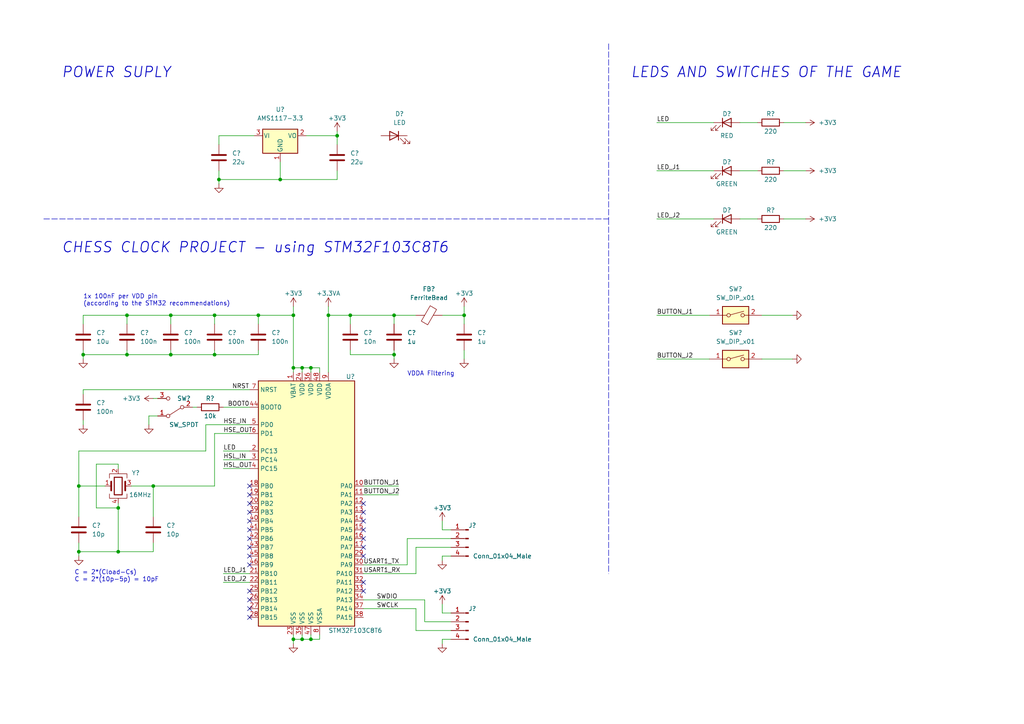
<source format=kicad_sch>
(kicad_sch (version 20211123) (generator eeschema)
  (paper "A4")
  (title_block (title "Chess Clock Project") (date "27/07/2022") (rev "v1.0") (company "Lesly Montúfar - UFU"))
  (lib_symbols
    (symbol "Connector:Conn_01x04_Male" (pin_names (offset 1.016) hide)
      (property "Reference" "J" (at 0 5.08 0))
      (property "Value" "Conn_01x04_Male" (at 0 -7.62 0))
      (symbol "Conn_01x04_Male_1_1"
        (polyline (pts (xy 1.27 -5.08) (xy 0.8636 -5.08)) (stroke (width 0.1524)))
        (polyline (pts (xy 1.27 -2.54) (xy 0.8636 -2.54)) (stroke (width 0.1524)))
        (polyline (pts (xy 1.27 0) (xy 0.8636 0)) (stroke (width 0.1524)))
        (polyline (pts (xy 1.27 2.54) (xy 0.8636 2.54)) (stroke (width 0.1524)))
        (rectangle (start 0.8636 -4.953) (end 0 -5.207) (stroke (width 0.1524)) (fill (type outline)))
        (rectangle (start 0.8636 -2.413) (end 0 -2.667) (stroke (width 0.1524)) (fill (type outline)))
        (rectangle (start 0.8636 0.127) (end 0 -0.127) (stroke (width 0.1524)) (fill (type outline)))
        (rectangle (start 0.8636 2.667) (end 0 2.413) (stroke (width 0.1524)) (fill (type outline)))
        (pin passive line (at 5.08 2.54 180) (length 3.81) (name "Pin_1") (number "1"))
        (pin passive line (at 5.08 0 180) (length 3.81) (name "Pin_2") (number "2"))
        (pin passive line (at 5.08 -2.54 180) (length 3.81) (name "Pin_3") (number "3"))
        (pin passive line (at 5.08 -5.08 180) (length 3.81) (name "Pin_4") (number "4"))
      )
    )
    (symbol "Device:C" (pin_numbers hide) (pin_names (offset 0.254))
      (property "Reference" "C" (at 0.635 2.54 0))
      (property "Value" "C" (at 0.635 -2.54 0))
      (symbol "C_0_1"
        (polyline (pts (xy -2.032 -0.762) (xy 2.032 -0.762)) (stroke (width 0.508)))
        (polyline (pts (xy -2.032 0.762) (xy 2.032 0.762)) (stroke (width 0.508)))
      )
      (symbol "C_1_1"
        (pin passive line (at 0 3.81 270) (length 2.794) (name "~") (number "1"))
        (pin passive line (at 0 -3.81 90) (length 2.794) (name "~") (number "2"))
      )
    )
    (symbol "Device:Crystal_GND24" (pin_names (offset 1.016) hide)
      (property "Reference" "Y" (at 3.175 5.08 0))
      (property "Value" "Crystal_GND24" (at 3.175 3.175 0))
      (symbol "Crystal_GND24_0_1"
        (rectangle (start -1.143 2.54) (end 1.143 -2.54) (stroke (width 0.3048)))
        (polyline (pts (xy -2.54 0) (xy -2.032 0)))
        (polyline (pts (xy -2.032 -1.27) (xy -2.032 1.27)) (stroke (width 0.508)))
        (polyline (pts (xy 0 -3.81) (xy 0 -3.556)))
        (polyline (pts (xy 0 3.556) (xy 0 3.81)))
        (polyline (pts (xy 2.032 -1.27) (xy 2.032 1.27)) (stroke (width 0.508)))
        (polyline (pts (xy 2.032 0) (xy 2.54 0)))
        (polyline (pts (xy -2.54 -2.286) (xy -2.54 -3.556) (xy 2.54 -3.556) (xy 2.54 -2.286)))
        (polyline (pts (xy -2.54 2.286) (xy -2.54 3.556) (xy 2.54 3.556) (xy 2.54 2.286)))
      )
      (symbol "Crystal_GND24_1_1"
        (pin passive line (at -3.81 0 0) (length 1.27) (name "1") (number "1"))
        (pin passive line (at 0 5.08 270) (length 1.27) (name "2") (number "2"))
        (pin passive line (at 3.81 0 180) (length 1.27) (name "3") (number "3"))
        (pin passive line (at 0 -5.08 90) (length 1.27) (name "4") (number "4"))
      )
    )
    (symbol "Device:FerriteBead" (pin_numbers hide) (pin_names (offset 0))
      (property "Reference" "FB" (at -3.81 0.635 90))
      (property "Value" "FerriteBead" (at 3.81 0 90))
      (symbol "FerriteBead_0_1"
        (polyline (pts (xy 0 -1.27) (xy 0 -1.2192)))
        (polyline (pts (xy 0 1.27) (xy 0 1.2954)))
        (polyline (pts (xy -2.7686 0.4064) (xy -1.7018 2.2606) (xy 2.7686 -0.3048) (xy 1.6764 -2.159) (xy -2.7686 0.4064)))
      )
      (symbol "FerriteBead_1_1"
        (pin passive line (at 0 3.81 270) (length 2.54) (name "~") (number "1"))
        (pin passive line (at 0 -3.81 90) (length 2.54) (name "~") (number "2"))
      )
    )
    (symbol "Device:LED" (pin_numbers hide) (pin_names (offset 1.016) hide)
      (property "Reference" "D" (at 0 2.54 0))
      (property "Value" "LED" (at 0 -2.54 0))
      (symbol "LED_0_1"
        (polyline (pts (xy -1.27 -1.27) (xy -1.27 1.27)) (stroke (width 0.254)))
        (polyline (pts (xy -1.27 0) (xy 1.27 0)))
        (polyline (pts (xy 1.27 -1.27) (xy 1.27 1.27) (xy -1.27 0) (xy 1.27 -1.27)) (stroke (width 0.254)))
        (polyline (pts (xy -3.048 -0.762) (xy -4.572 -2.286) (xy -3.81 -2.286) (xy -4.572 -2.286) (xy -4.572 -1.524)))
        (polyline (pts (xy -1.778 -0.762) (xy -3.302 -2.286) (xy -2.54 -2.286) (xy -3.302 -2.286) (xy -3.302 -1.524)))
      )
      (symbol "LED_1_1"
        (pin passive line (at -3.81 0 0) (length 2.54) (name "K") (number "1"))
        (pin passive line (at 3.81 0 180) (length 2.54) (name "A") (number "2"))
      )
    )
    (symbol "Device:R" (pin_numbers hide) (pin_names (offset 0))
      (property "Reference" "R" (at 2.032 0 90))
      (property "Value" "R" (at 0 0 90))
      (symbol "R_0_1"
        (rectangle (start -1.016 -2.54) (end 1.016 2.54) (stroke (width 0.254)))
      )
      (symbol "R_1_1"
        (pin passive line (at 0 3.81 270) (length 1.27) (name "~") (number "1"))
        (pin passive line (at 0 -3.81 90) (length 1.27) (name "~") (number "2"))
      )
    )
    (symbol "MCU_ST_STM32F1:STM32F103C8Tx"
      (property "Reference" "U" (at -15.24 36.83 0))
      (property "Value" "STM32F103C8Tx" (at 7.62 36.83 0))
      (symbol "STM32F103C8Tx_0_1"
        (rectangle (start -15.24 -35.56) (end 12.7 35.56) (stroke (width 0.254)) (fill (type background)))
      )
      (symbol "STM32F103C8Tx_1_1"
        (pin power_in line (at -5.08 38.1 270) (length 2.54) (name "VBAT") (number "1"))
        (pin bidirectional line (at 15.24 5.08 180) (length 2.54) (name "PA0") (number "10"))
        (pin bidirectional line (at 15.24 2.54 180) (length 2.54) (name "PA1") (number "11"))
        (pin bidirectional line (at 15.24 0 180) (length 2.54) (name "PA2") (number "12"))
        (pin bidirectional line (at 15.24 -2.54 180) (length 2.54) (name "PA3") (number "13"))
        (pin bidirectional line (at 15.24 -5.08 180) (length 2.54) (name "PA4") (number "14"))
        (pin bidirectional line (at 15.24 -7.62 180) (length 2.54) (name "PA5") (number "15"))
        (pin bidirectional line (at 15.24 -10.16 180) (length 2.54) (name "PA6") (number "16"))
        (pin bidirectional line (at 15.24 -12.7 180) (length 2.54) (name "PA7") (number "17"))
        (pin bidirectional line (at -17.78 5.08 0) (length 2.54) (name "PB0") (number "18"))
        (pin bidirectional line (at -17.78 2.54 0) (length 2.54) (name "PB1") (number "19"))
        (pin bidirectional line (at -17.78 15.24 0) (length 2.54) (name "PC13") (number "2"))
        (pin bidirectional line (at -17.78 0 0) (length 2.54) (name "PB2") (number "20"))
        (pin bidirectional line (at -17.78 -20.32 0) (length 2.54) (name "PB10") (number "21"))
        (pin bidirectional line (at -17.78 -22.86 0) (length 2.54) (name "PB11") (number "22"))
        (pin power_in line (at -5.08 -38.1 90) (length 2.54) (name "VSS") (number "23"))
        (pin power_in line (at -2.54 38.1 270) (length 2.54) (name "VDD") (number "24"))
        (pin bidirectional line (at -17.78 -25.4 0) (length 2.54) (name "PB12") (number "25"))
        (pin bidirectional line (at -17.78 -27.94 0) (length 2.54) (name "PB13") (number "26"))
        (pin bidirectional line (at -17.78 -30.48 0) (length 2.54) (name "PB14") (number "27"))
        (pin bidirectional line (at -17.78 -33.02 0) (length 2.54) (name "PB15") (number "28"))
        (pin bidirectional line (at 15.24 -15.24 180) (length 2.54) (name "PA8") (number "29"))
        (pin bidirectional line (at -17.78 12.7 0) (length 2.54) (name "PC14") (number "3"))
        (pin bidirectional line (at 15.24 -17.78 180) (length 2.54) (name "PA9") (number "30"))
        (pin bidirectional line (at 15.24 -20.32 180) (length 2.54) (name "PA10") (number "31"))
        (pin bidirectional line (at 15.24 -22.86 180) (length 2.54) (name "PA11") (number "32"))
        (pin bidirectional line (at 15.24 -25.4 180) (length 2.54) (name "PA12") (number "33"))
        (pin bidirectional line (at 15.24 -27.94 180) (length 2.54) (name "PA13") (number "34"))
        (pin power_in line (at -2.54 -38.1 90) (length 2.54) (name "VSS") (number "35"))
        (pin power_in line (at 0 38.1 270) (length 2.54) (name "VDD") (number "36"))
        (pin bidirectional line (at 15.24 -30.48 180) (length 2.54) (name "PA14") (number "37"))
        (pin bidirectional line (at 15.24 -33.02 180) (length 2.54) (name "PA15") (number "38"))
        (pin bidirectional line (at -17.78 -2.54 0) (length 2.54) (name "PB3") (number "39"))
        (pin bidirectional line (at -17.78 10.16 0) (length 2.54) (name "PC15") (number "4"))
        (pin bidirectional line (at -17.78 -5.08 0) (length 2.54) (name "PB4") (number "40"))
        (pin bidirectional line (at -17.78 -7.62 0) (length 2.54) (name "PB5") (number "41"))
        (pin bidirectional line (at -17.78 -10.16 0) (length 2.54) (name "PB6") (number "42"))
        (pin bidirectional line (at -17.78 -12.7 0) (length 2.54) (name "PB7") (number "43"))
        (pin input line (at -17.78 27.94 0) (length 2.54) (name "BOOT0") (number "44"))
        (pin bidirectional line (at -17.78 -15.24 0) (length 2.54) (name "PB8") (number "45"))
        (pin bidirectional line (at -17.78 -17.78 0) (length 2.54) (name "PB9") (number "46"))
        (pin power_in line (at 0 -38.1 90) (length 2.54) (name "VSS") (number "47"))
        (pin power_in line (at 2.54 38.1 270) (length 2.54) (name "VDD") (number "48"))
        (pin input line (at -17.78 22.86 0) (length 2.54) (name "PD0") (number "5"))
        (pin input line (at -17.78 20.32 0) (length 2.54) (name "PD1") (number "6"))
        (pin input line (at -17.78 33.02 0) (length 2.54) (name "NRST") (number "7"))
        (pin power_in line (at 2.54 -38.1 90) (length 2.54) (name "VSSA") (number "8"))
        (pin power_in line (at 5.08 38.1 270) (length 2.54) (name "VDDA") (number "9"))
      )
    )
    (symbol "Regulator_Linear:AMS1117-3.3" (pin_names (offset 0.254))
      (property "Reference" "U" (at -3.81 3.175 0))
      (property "Value" "AMS1117-3.3" (at 0 3.175 0))
      (symbol "AMS1117-3.3_0_1"
        (rectangle (start -5.08 -5.08) (end 5.08 1.905) (stroke (width 0.254)) (fill (type background)))
      )
      (symbol "AMS1117-3.3_1_1"
        (pin power_in line (at 0 -7.62 90) (length 2.54) (name "GND") (number "1"))
        (pin power_out line (at 7.62 0 180) (length 2.54) (name "VO") (number "2"))
        (pin power_in line (at -7.62 0 0) (length 2.54) (name "VI") (number "3"))
      )
    )
    (symbol "Switch:SW_DIP_x01" (pin_names (offset 0) hide)
      (property "Reference" "SW" (at 0 3.81 0))
      (property "Value" "SW_DIP_x01" (at 0 -3.81 0))
      (symbol "SW_DIP_x01_0_0"
        (circle (center -2.032 0) (radius 0.508))
        (polyline (pts (xy -1.524 0.127) (xy 2.3622 1.1684)))
        (circle (center 2.032 0) (radius 0.508))
      )
      (symbol "SW_DIP_x01_0_1"
        (rectangle (start -3.81 2.54) (end 3.81 -2.54) (stroke (width 0.254)) (fill (type background)))
      )
      (symbol "SW_DIP_x01_1_1"
        (pin passive line (at -7.62 0 0) (length 5.08) (name "~") (number "1"))
        (pin passive line (at 7.62 0 180) (length 5.08) (name "~") (number "2"))
      )
    )
    (symbol "Switch:SW_SPDT" (pin_names (offset 0) hide)
      (property "Reference" "SW" (at 0 4.318 0))
      (property "Value" "SW_SPDT" (at 0 -5.08 0))
      (symbol "SW_SPDT_0_0"
        (circle (center -2.032 0) (radius 0.508))
        (circle (center 2.032 -2.54) (radius 0.508))
      )
      (symbol "SW_SPDT_0_1"
        (polyline (pts (xy -1.524 0.254) (xy 1.651 2.286)))
        (circle (center 2.032 2.54) (radius 0.508))
      )
      (symbol "SW_SPDT_1_1"
        (pin passive line (at 5.08 2.54 180) (length 2.54) (name "A") (number "1"))
        (pin passive line (at -5.08 0 0) (length 2.54) (name "B") (number "2"))
        (pin passive line (at 5.08 -2.54 180) (length 2.54) (name "C") (number "3"))
      )
    )
    (symbol "power:+3.3V" (power) (pin_names (offset 0))
      (property "Value" "+3.3V" (at 0 3.556 0))
      (symbol "+3.3V_0_1"
        (polyline (pts (xy -0.762 1.27) (xy 0 2.54)))
        (polyline (pts (xy 0 0) (xy 0 2.54)))
        (polyline (pts (xy 0 2.54) (xy 0.762 1.27)))
      )
      (symbol "+3.3V_1_1"
        (pin power_in line (at 0 0 90) (length 0) hide (name "+3V3") (number "1"))
      )
    )
    (symbol "power:+3.3VA" (power) (pin_names (offset 0))
      (property "Value" "+3.3VA" (at 0 3.556 0))
      (symbol "+3.3VA_0_1"
        (polyline (pts (xy -0.762 1.27) (xy 0 2.54)))
        (polyline (pts (xy 0 0) (xy 0 2.54)))
        (polyline (pts (xy 0 2.54) (xy 0.762 1.27)))
      )
      (symbol "+3.3VA_1_1"
        (pin power_in line (at 0 0 90) (length 0) hide (name "+3.3VA") (number "1"))
      )
    )
    (symbol "power:GND" (power) (pin_names (offset 0))
      (property "Value" "GND" (at 0 -3.81 0))
      (symbol "GND_0_1"
        (polyline (pts (xy 0 0) (xy 0 -1.27) (xy 1.27 -1.27) (xy 0 -2.54) (xy -1.27 -1.27) (xy 0 -1.27)))
      )
      (symbol "GND_1_1"
        (pin power_in line (at 0 0 270) (length 0) hide (name "GND") (number "1"))
      )
    )
  )
  (junction (at 22.86 140.97))
  (junction (at 49.53 102.87))
  (junction (at 95.25 91.44))
  (junction (at 85.09 185.42))
  (junction (at 62.23 102.87))
  (junction (at 74.93 91.44))
  (junction (at 36.83 102.87))
  (junction (at 63.5 52.07))
  (junction (at 81.28 52.07))
  (junction (at 90.17 185.42))
  (junction (at 101.6 91.44))
  (junction (at 114.3 102.87))
  (junction (at 24.13 102.87))
  (junction (at 49.53 91.44))
  (junction (at 134.62 91.44))
  (junction (at 87.63 185.42))
  (junction (at 85.09 91.44))
  (junction (at 87.63 106.68))
  (junction (at 44.45 140.97))
  (junction (at 90.17 106.68))
  (junction (at 34.29 147.32))
  (junction (at 114.3 91.44))
  (junction (at 85.09 106.68))
  (junction (at 22.86 160.02))
  (junction (at 36.83 91.44))
  (junction (at 34.29 160.02))
  (junction (at 97.79 39.37))
  (junction (at 62.23 91.44))
  (no_connect (at 72.39 140.97))
  (no_connect (at 72.39 143.51))
  (no_connect (at 72.39 146.05))
  (no_connect (at 72.39 148.59))
  (no_connect (at 72.39 151.13))
  (no_connect (at 72.39 153.67))
  (no_connect (at 72.39 156.21))
  (no_connect (at 72.39 158.75))
  (no_connect (at 72.39 161.29))
  (no_connect (at 105.41 146.05))
  (no_connect (at 105.41 148.59))
  (no_connect (at 105.41 151.13))
  (no_connect (at 105.41 153.67))
  (no_connect (at 105.41 156.21))
  (no_connect (at 105.41 158.75))
  (no_connect (at 105.41 161.29))
  (no_connect (at 105.41 168.91))
  (no_connect (at 105.41 171.45))
  (no_connect (at 72.39 171.45))
  (no_connect (at 72.39 173.99))
  (no_connect (at 72.39 176.53))
  (no_connect (at 72.39 179.07))
  (no_connect (at 72.39 163.83))
  (wire (pts (xy 128.27 185.42) (xy 130.81 185.42)))
  (wire (pts (xy 128.27 91.44) (xy 134.62 91.44)))
  (wire (pts (xy 114.3 93.98) (xy 114.3 91.44)))
  (wire (pts (xy 128.27 161.29) (xy 130.81 161.29)))
  (wire (pts (xy 105.41 163.83) (xy 118.11 163.83)))
  (wire (pts (xy 128.27 162.56) (xy 128.27 161.29)))
  (wire (pts (xy 62.23 102.87) (xy 49.53 102.87)))
  (wire (pts (xy 105.41 166.37) (xy 120.65 166.37)))
  (wire (pts (xy 128.27 153.67) (xy 128.27 151.13)))
  (wire (pts (xy 101.6 101.6) (xy 101.6 102.87)))
  (wire (pts (xy 24.13 93.98) (xy 24.13 91.44)))
  (wire (pts (xy 63.5 41.91) (xy 63.5 39.37)))
  (wire (pts (xy 64.77 166.37) (xy 72.39 166.37)))
  (wire (pts (xy 134.62 101.6) (xy 134.62 104.14)))
  (wire (pts (xy 134.62 91.44) (xy 134.62 93.98)))
  (wire (pts (xy 49.53 91.44) (xy 49.53 93.98)))
  (wire (pts (xy 90.17 106.68) (xy 87.63 106.68)))
  (wire (pts (xy 64.77 168.91) (xy 72.39 168.91)))
  (wire (pts (xy 97.79 38.1) (xy 97.79 39.37)))
  (wire (pts (xy 63.5 39.37) (xy 73.66 39.37)))
  (wire (pts (xy 22.86 160.02) (xy 22.86 161.29)))
  (wire (pts (xy 22.86 140.97) (xy 22.86 130.81)))
  (wire (pts (xy 92.71 184.15) (xy 92.71 185.42)))
  (wire (pts (xy 214.63 35.56) (xy 219.71 35.56)))
  (wire (pts (xy 120.65 182.88) (xy 120.65 176.53)))
  (wire (pts (xy 120.65 158.75) (xy 130.81 158.75)))
  (wire (pts (xy 59.69 130.81) (xy 59.69 123.19)))
  (wire (pts (xy 114.3 102.87) (xy 101.6 102.87)))
  (wire (pts (xy 74.93 93.98) (xy 74.93 91.44)))
  (wire (pts (xy 22.86 157.48) (xy 22.86 160.02)))
  (wire (pts (xy 87.63 184.15) (xy 87.63 185.42)))
  (wire (pts (xy 120.65 166.37) (xy 120.65 158.75)))
  (wire (pts (xy 118.11 163.83) (xy 118.11 156.21)))
  (wire (pts (xy 92.71 106.68) (xy 90.17 106.68)))
  (wire (pts (xy 81.28 46.99) (xy 81.28 52.07)))
  (wire (pts (xy 59.69 123.19) (xy 72.39 123.19)))
  (wire (pts (xy 24.13 91.44) (xy 36.83 91.44)))
  (wire (pts (xy 88.9 39.37) (xy 97.79 39.37)))
  (wire (pts (xy 27.94 147.32) (xy 34.29 147.32)))
  (wire (pts (xy 62.23 91.44) (xy 62.23 93.98)))
  (wire (pts (xy 38.1 140.97) (xy 44.45 140.97)))
  (wire (pts (xy 92.71 106.68) (xy 92.71 107.95)))
  (wire (pts (xy 72.39 113.03) (xy 24.13 113.03)))
  (wire (pts (xy 85.09 88.9) (xy 85.09 91.44)))
  (wire (pts (xy 74.93 101.6) (xy 74.93 102.87)))
  (wire (pts (xy 85.09 106.68) (xy 85.09 107.95)))
  (wire (pts (xy 190.5 49.53) (xy 207.01 49.53)))
  (wire (pts (xy 97.79 52.07) (xy 81.28 52.07)))
  (wire (pts (xy 36.83 102.87) (xy 24.13 102.87)))
  (wire (pts (xy 85.09 184.15) (xy 85.09 185.42)))
  (wire (pts (xy 81.28 52.07) (xy 63.5 52.07)))
  (wire (pts (xy 30.48 140.97) (xy 22.86 140.97)))
  (wire (pts (xy 64.77 133.35) (xy 72.39 133.35)))
  (wire (pts (xy 87.63 106.68) (xy 87.63 107.95)))
  (wire (pts (xy 90.17 185.42) (xy 87.63 185.42)))
  (wire (pts (xy 44.45 140.97) (xy 44.45 149.86)))
  (wire (pts (xy 105.41 173.99) (xy 123.19 173.99)))
  (wire (pts (xy 64.77 130.81) (xy 72.39 130.81)))
  (wire (pts (xy 27.94 134.62) (xy 27.94 147.32)))
  (wire (pts (xy 44.45 140.97) (xy 62.23 140.97)))
  (wire (pts (xy 55.88 118.11) (xy 57.15 118.11)))
  (wire (pts (xy 105.41 176.53) (xy 120.65 176.53)))
  (wire (pts (xy 130.81 177.8) (xy 128.27 177.8)))
  (wire (pts (xy 44.45 160.02) (xy 34.29 160.02)))
  (wire (pts (xy 97.79 49.53) (xy 97.79 52.07)))
  (wire (pts (xy 24.13 113.03) (xy 24.13 114.3)))
  (wire (pts (xy 214.63 49.53) (xy 219.71 49.53)))
  (wire (pts (xy 114.3 91.44) (xy 101.6 91.44)))
  (wire (pts (xy 95.25 91.44) (xy 101.6 91.44)))
  (wire (pts (xy 44.45 157.48) (xy 44.45 160.02)))
  (wire (pts (xy 36.83 91.44) (xy 36.83 93.98)))
  (wire (pts (xy 34.29 134.62) (xy 27.94 134.62)))
  (wire (pts (xy 49.53 91.44) (xy 62.23 91.44)))
  (wire (pts (xy 95.25 88.9) (xy 95.25 91.44)))
  (wire (pts (xy 63.5 52.07) (xy 63.5 53.34)))
  (wire (pts (xy 114.3 102.87) (xy 114.3 104.14)))
  (wire (pts (xy 220.98 91.44) (xy 229.87 91.44)))
  (wire (pts (xy 87.63 185.42) (xy 85.09 185.42)))
  (wire (pts (xy 24.13 101.6) (xy 24.13 102.87)))
  (wire (pts (xy 190.5 35.56) (xy 207.01 35.56)))
  (wire (pts (xy 130.81 153.67) (xy 128.27 153.67)))
  (wire (pts (xy 92.71 185.42) (xy 90.17 185.42)))
  (wire (pts (xy 105.41 140.97) (xy 115.57 140.97)))
  (wire (pts (xy 62.23 125.73) (xy 72.39 125.73)))
  (wire (pts (xy 74.93 102.87) (xy 62.23 102.87)))
  (wire (pts (xy 85.09 185.42) (xy 85.09 186.69)))
  (wire (pts (xy 22.86 160.02) (xy 34.29 160.02)))
  (wire (pts (xy 36.83 101.6) (xy 36.83 102.87)))
  (wire (pts (xy 101.6 93.98) (xy 101.6 91.44)))
  (wire (pts (xy 214.63 63.5) (xy 219.71 63.5)))
  (wire (pts (xy 128.27 177.8) (xy 128.27 175.26)))
  (wire (pts (xy 44.45 115.57) (xy 45.72 115.57)))
  (wire (pts (xy 130.81 182.88) (xy 120.65 182.88)))
  (wire (pts (xy 114.3 101.6) (xy 114.3 102.87)))
  (wire (pts (xy 105.41 143.51) (xy 115.57 143.51)))
  (wire (pts (xy 43.18 120.65) (xy 43.18 123.19)))
  (wire (pts (xy 190.5 63.5) (xy 207.01 63.5)))
  (wire (pts (xy 62.23 140.97) (xy 62.23 125.73)))
  (wire (pts (xy 34.29 160.02) (xy 34.29 147.32)))
  (wire (pts (xy 62.23 101.6) (xy 62.23 102.87)))
  (wire (pts (xy 190.5 91.44) (xy 205.74 91.44)))
  (wire (pts (xy 130.81 180.34) (xy 123.19 180.34)))
  (wire (pts (xy 74.93 91.44) (xy 85.09 91.44)))
  (wire (pts (xy 22.86 140.97) (xy 22.86 149.86)))
  (wire (pts (xy 34.29 147.32) (xy 34.29 146.05)))
  (polyline (pts (xy 176.53 12.7) (xy 176.53 63.5)))
  (wire (pts (xy 36.83 91.44) (xy 49.53 91.44)))
  (wire (pts (xy 90.17 184.15) (xy 90.17 185.42)))
  (polyline (pts (xy 12.7 63.5) (xy 176.53 63.5)))
  (wire (pts (xy 134.62 91.44) (xy 134.62 88.9)))
  (wire (pts (xy 24.13 121.92) (xy 24.13 123.19)))
  (wire (pts (xy 49.53 102.87) (xy 36.83 102.87)))
  (wire (pts (xy 227.33 49.53) (xy 233.68 49.53)))
  (wire (pts (xy 49.53 101.6) (xy 49.53 102.87)))
  (wire (pts (xy 190.5 104.14) (xy 205.74 104.14)))
  (wire (pts (xy 24.13 102.87) (xy 24.13 104.14)))
  (wire (pts (xy 22.86 130.81) (xy 59.69 130.81)))
  (wire (pts (xy 95.25 91.44) (xy 95.25 107.95)))
  (wire (pts (xy 63.5 52.07) (xy 63.5 49.53)))
  (wire (pts (xy 34.29 135.89) (xy 34.29 134.62)))
  (wire (pts (xy 97.79 39.37) (xy 97.79 41.91)))
  (wire (pts (xy 64.77 118.11) (xy 72.39 118.11)))
  (wire (pts (xy 118.11 156.21) (xy 130.81 156.21)))
  (wire (pts (xy 64.77 135.89) (xy 72.39 135.89)))
  (wire (pts (xy 45.72 120.65) (xy 43.18 120.65)))
  (wire (pts (xy 90.17 106.68) (xy 90.17 107.95)))
  (wire (pts (xy 227.33 63.5) (xy 233.68 63.5)))
  (wire (pts (xy 227.33 35.56) (xy 233.68 35.56)))
  (wire (pts (xy 123.19 180.34) (xy 123.19 173.99)))
  (wire (pts (xy 220.98 104.14) (xy 229.87 104.14)))
  (wire (pts (xy 85.09 91.44) (xy 85.09 106.68)))
  (wire (pts (xy 62.23 91.44) (xy 74.93 91.44)))
  (polyline (pts (xy 176.53 63.5) (xy 176.53 166.37)))
  (wire (pts (xy 114.3 91.44) (xy 120.65 91.44)))
  (wire (pts (xy 87.63 106.68) (xy 85.09 106.68)))
  (wire (pts (xy 128.27 186.69) (xy 128.27 185.42)))
  (text "1x 100nF per VDD pin \n(according to the STM32 recommendations)" (at 24.13 88.9 0) (effects (font (size 1.27 1.27)) (justify left bottom)))
  (text "LEDS AND SWITCHES OF THE GAME\n" (at 182.88 22.86 0) (effects (font (size 3 3) (thickness 0.254) bold italic) (justify left bottom)))
  (text "CHESS CLOCK PROJECT - using STM32F103C8T6\n" (at 17.78 73.66 0) (effects (font (size 3 3) (thickness 0.254) bold italic) (justify left bottom)))
  (text "POWER SUPLY\n" (at 17.78 22.86 0) (effects (font (size 3 3) (thickness 0.254) bold italic) (justify left bottom)))
  (text "C = 2*(Cload-Cs)\nC = 2*(10p-5p) = 10pF" (at 21.59 168.91 0) (effects (font (size 1.27 1.27)) (justify left bottom)))
  (text "VDDA Filtering\n" (at 118.11 109.22 0) (effects (font (size 1.27 1.27)) (justify left bottom)))
  (label "BUTTON_J2" (at 105.41 143.51 0))
  (label "SWDIO" (at 109.22 173.99 0))
  (label "BUTTON_J2" (at 190.5 104.14 0))
  (label "LED_J1" (at 190.5 49.53 0))
  (label "BUTTON_J1" (at 105.41 140.97 0))
  (label "LED_J2" (at 64.77 168.91 0))
  (label "HSE_OUT" (at 64.77 125.73 0))
  (label "BOOT0" (at 66.04 118.11 0))
  (label "LED" (at 190.5 35.56 0))
  (label "LED" (at 64.77 130.81 0))
  (label "LED_J1" (at 64.77 166.37 0))
  (label "SWCLK" (at 109.22 176.53 0))
  (label "USART1_RX" (at 105.41 166.37 0))
  (label "USART1_TX" (at 105.41 163.83 0))
  (label "HSE_IN" (at 64.77 123.19 0))
  (label "NRST" (at 67.31 113.03 0))
  (label "HSL_OUT" (at 64.77 135.89 0))
  (label "LED_J2" (at 190.5 63.5 0))
  (label "BUTTON_J1" (at 190.5 91.44 0))
  (label "HSL_IN" (at 64.77 133.35 0))
  (symbol (lib_id "MCU_ST_STM32F1:STM32F103C8Tx") (at 90.17 146.05 0) (unit 1)
    (property "Reference" "U?" (at 100.33 109.22 0) (effects (justify left)))
    (property "Value" "STM32F103C8T6" (at 95.25 182.88 0) (effects (justify left)))
    (property "Footprint" "Package_QFP:LQFP-48_7x7mm_P0.5mm" (effects hide))
    (property "Datasheet" "http://www.st.com/st-web-ui/static/active/en/resource/technical/document/datasheet/CD00161566.pdf" (effects hide))
  )
  (symbol (lib_id "power:+3.3V") (at 97.79 38.1 0) (unit 1)
    (property "Reference" "#PWR?" (effects hide))
    (property "Value" "+3.3V" (at 97.79 34.29 0))
  )
  (symbol (lib_id "power:GND") (at 128.27 186.69 0) (unit 1)
    (property "Reference" "#PWR?" (effects hide))
    (property "Value" "GND" (effects hide))
  )
  (symbol (lib_id "power:+3.3V") (at 233.68 35.56 270) (unit 1)
    (property "Reference" "#PWR?" (effects hide))
    (property "Value" "+3.3V" (at 240.03 35.56 90))
  )
  (symbol (lib_id "power:+3.3V") (at 128.27 175.26 0) (unit 1)
    (property "Reference" "#PWR?" (effects hide))
    (property "Value" "+3.3V" (at 128.27 171.45 0))
  )
  (symbol (lib_id "Device:C") (at 97.79 45.72 0) (unit 1)
    (property "Reference" "C?" (at 101.6 44.4499 0) (effects (justify left)))
    (property "Value" "22u" (at 101.6 46.9899 0) (effects (justify left)))
  )
  (symbol (lib_id "Device:C") (at 62.23 97.79 0) (unit 1)
    (property "Reference" "C?" (at 66.04 96.5199 0) (effects (justify left)))
    (property "Value" "100n" (at 66.04 99.0599 0) (effects (justify left)))
  )
  (symbol (lib_id "Device:C") (at 114.3 97.79 0) (unit 1)
    (property "Reference" "C?" (at 118.11 96.5199 0) (effects (justify left)))
    (property "Value" "1u" (at 118.11 99.0599 0) (effects (justify left)))
  )
  (symbol (lib_id "power:GND") (at 114.3 104.14 0) (unit 1)
    (property "Reference" "#PWR?" (effects hide))
    (property "Value" "GND" (effects hide))
  )
  (symbol (lib_id "Device:LED") (at 210.82 63.5 0) (unit 1)
    (property "Reference" "D?" (at 210.82 60.96 0))
    (property "Value" "GREEN" (at 210.82 67.31 0))
  )
  (symbol (lib_id "power:+3.3V") (at 128.27 151.13 0) (unit 1)
    (property "Reference" "#PWR?" (effects hide))
    (property "Value" "+3.3V" (at 128.27 147.32 0))
  )
  (symbol (lib_id "Device:C") (at 22.86 153.67 0) (unit 1)
    (property "Reference" "C?" (at 26.67 152.3999 0) (effects (justify left)))
    (property "Value" "10p" (at 26.67 154.9399 0) (effects (justify left)))
  )
  (symbol (lib_id "Device:LED") (at 114.3 39.37 0) (mirror y) (unit 1)
    (property "Reference" "D?" (at 115.8875 33.02 0))
    (property "Value" "LED" (at 115.8875 35.56 0))
  )
  (symbol (lib_id "power:+3.3V") (at 44.45 115.57 90) (unit 1)
    (property "Reference" "#PWR?" (effects hide))
    (property "Value" "+3.3V" (at 38.1 115.57 90))
  )
  (symbol (lib_id "power:GND") (at 134.62 104.14 0) (unit 1)
    (property "Reference" "#PWR?" (effects hide))
    (property "Value" "GND" (effects hide))
  )
  (symbol (lib_id "power:+3.3V") (at 233.68 63.5 270) (unit 1)
    (property "Reference" "#PWR?" (effects hide))
    (property "Value" "+3.3V" (at 240.03 63.5 90))
  )
  (symbol (lib_id "Device:R") (at 223.52 63.5 90) (unit 1)
    (property "Reference" "R?" (at 223.52 60.96 90))
    (property "Value" "220" (at 223.52 66.04 90))
  )
  (symbol (lib_id "Device:R") (at 223.52 49.53 90) (unit 1)
    (property "Reference" "R?" (at 223.52 46.99 90))
    (property "Value" "220" (at 223.52 52.07 90))
  )
  (symbol (lib_id "Connector:Conn_01x04_Male") (at 135.89 180.34 0) (mirror y) (unit 1)
    (property "Reference" "J?" (at 135.89 176.53 0) (effects (justify right)))
    (property "Value" "Conn_01x04_Male" (at 137.16 185.42 0) (effects (justify right)))
  )
  (symbol (lib_id "Regulator_Linear:AMS1117-3.3") (at 81.28 39.37 0) (unit 1)
    (property "Reference" "U?" (at 81.28 31.75 0))
    (property "Value" "AMS1117-3.3" (at 81.28 34.29 0))
    (property "Footprint" "Package_TO_SOT_SMD:SOT-223-3_TabPin2" (effects hide))
    (property "Datasheet" "http://www.advanced-monolithic.com/pdf/ds1117.pdf" (effects hide))
  )
  (symbol (lib_id "Device:C") (at 101.6 97.79 0) (unit 1)
    (property "Reference" "C?" (at 105.41 96.5199 0) (effects (justify left)))
    (property "Value" "10n" (at 105.41 99.0599 0) (effects (justify left)))
  )
  (symbol (lib_id "Device:C") (at 36.83 97.79 0) (unit 1)
    (property "Reference" "C?" (at 40.64 96.5199 0) (effects (justify left)))
    (property "Value" "100n" (at 40.64 99.0599 0) (effects (justify left)))
  )
  (symbol (lib_id "Device:C") (at 74.93 97.79 0) (unit 1)
    (property "Reference" "C?" (at 78.74 96.5199 0) (effects (justify left)))
    (property "Value" "100n" (at 78.74 99.0599 0) (effects (justify left)))
  )
  (symbol (lib_id "Device:C") (at 44.45 153.67 0) (unit 1)
    (property "Reference" "C?" (at 48.26 152.3999 0) (effects (justify left)))
    (property "Value" "10p" (at 48.26 154.9399 0) (effects (justify left)))
  )
  (symbol (lib_id "Device:C") (at 24.13 97.79 0) (unit 1)
    (property "Reference" "C?" (at 27.94 96.5199 0) (effects (justify left)))
    (property "Value" "10u" (at 27.94 99.0599 0) (effects (justify left)))
  )
  (symbol (lib_id "power:GND") (at 229.87 104.14 90) (unit 1)
    (property "Reference" "#PWR?" (effects hide))
    (property "Value" "GND" (effects hide))
  )
  (symbol (lib_id "power:GND") (at 128.27 162.56 0) (unit 1)
    (property "Reference" "#PWR?" (effects hide))
    (property "Value" "GND" (effects hide))
  )
  (symbol (lib_id "power:GND") (at 24.13 104.14 0) (unit 1)
    (property "Reference" "#PWR?" (effects hide))
    (property "Value" "GND" (effects hide))
  )
  (symbol (lib_id "Switch:SW_SPDT") (at 50.8 118.11 180) (unit 1)
    (property "Reference" "SW?" (at 53.34 115.57 0))
    (property "Value" "SW_SPDT" (at 53.34 123.19 0))
  )
  (symbol (lib_id "Device:LED") (at 210.82 35.56 0) (unit 1)
    (property "Reference" "D?" (at 210.82 33.02 0))
    (property "Value" "RED" (at 210.82 39.37 0))
  )
  (symbol (lib_id "power:+3.3V") (at 233.68 49.53 270) (unit 1)
    (property "Reference" "#PWR?" (effects hide))
    (property "Value" "+3.3V" (at 240.03 49.53 90))
  )
  (symbol (lib_id "power:GND") (at 43.18 123.19 0) (unit 1)
    (property "Reference" "#PWR?" (effects hide))
    (property "Value" "GND" (effects hide))
  )
  (symbol (lib_id "power:GND") (at 85.09 186.69 0) (unit 1)
    (property "Reference" "#PWR?" (effects hide))
    (property "Value" "GND" (effects hide))
  )
  (symbol (lib_id "power:+3.3V") (at 134.62 88.9 0) (unit 1)
    (property "Reference" "#PWR?" (effects hide))
    (property "Value" "+3.3V" (at 134.62 85.09 0))
  )
  (symbol (lib_id "Device:C") (at 63.5 45.72 0) (unit 1)
    (property "Reference" "C?" (at 67.31 44.4499 0) (effects (justify left)))
    (property "Value" "22u" (at 67.31 46.9899 0) (effects (justify left)))
  )
  (symbol (lib_id "Device:R") (at 60.96 118.11 90) (unit 1)
    (property "Reference" "R?" (at 60.96 115.57 90))
    (property "Value" "10k" (at 60.96 120.65 90))
  )
  (symbol (lib_id "Device:Crystal_GND24") (at 34.29 140.97 0) (unit 1)
    (property "Reference" "Y?" (at 39.37 137.16 0))
    (property "Value" "16MHz" (at 40.64 143.51 0))
  )
  (symbol (lib_id "Switch:SW_DIP_x01") (at 213.36 104.14 0) (unit 1)
    (property "Reference" "SW?" (at 213.36 96.52 0))
    (property "Value" "SW_DIP_x01" (at 213.36 99.06 0))
  )
  (symbol (lib_id "Device:FerriteBead") (at 124.46 91.44 90) (unit 1)
    (property "Reference" "FB?" (at 124.4092 83.82 90))
    (property "Value" "FerriteBead" (at 124.4092 86.36 90))
  )
  (symbol (lib_id "power:GND") (at 229.87 91.44 90) (unit 1)
    (property "Reference" "#PWR?" (effects hide))
    (property "Value" "GND" (effects hide))
  )
  (symbol (lib_id "Device:R") (at 223.52 35.56 90) (unit 1)
    (property "Reference" "R?" (at 223.52 33.02 90))
    (property "Value" "220" (at 223.52 38.1 90))
  )
  (symbol (lib_id "power:GND") (at 22.86 161.29 0) (unit 1)
    (property "Reference" "#PWR?" (effects hide))
    (property "Value" "GND" (effects hide))
  )
  (symbol (lib_id "Device:C") (at 134.62 97.79 0) (unit 1)
    (property "Reference" "C?" (at 138.43 96.5199 0) (effects (justify left)))
    (property "Value" "1u" (at 138.43 99.0599 0) (effects (justify left)))
  )
  (symbol (lib_id "power:+3.3V") (at 85.09 88.9 0) (unit 1)
    (property "Reference" "#PWR?" (effects hide))
    (property "Value" "+3.3V" (at 85.09 85.09 0))
  )
  (symbol (lib_id "power:GND") (at 24.13 123.19 0) (unit 1)
    (property "Reference" "#PWR?" (effects hide))
    (property "Value" "GND" (effects hide))
  )
  (symbol (lib_id "Connector:Conn_01x04_Male") (at 135.89 156.21 0) (mirror y) (unit 1)
    (property "Reference" "J?" (at 135.89 152.4 0) (effects (justify right)))
    (property "Value" "Conn_01x04_Male" (at 137.16 161.29 0) (effects (justify right)))
  )
  (symbol (lib_id "Device:LED") (at 210.82 49.53 0) (unit 1)
    (property "Reference" "D?" (at 210.82 46.99 0))
    (property "Value" "GREEN" (at 210.82 53.34 0))
  )
  (symbol (lib_id "Switch:SW_DIP_x01") (at 213.36 91.44 0) (unit 1)
    (property "Reference" "SW?" (at 213.36 83.82 0))
    (property "Value" "SW_DIP_x01" (at 213.36 86.36 0))
  )
  (symbol (lib_id "power:GND") (at 63.5 53.34 0) (unit 1)
    (property "Reference" "#PWR?" (effects hide))
    (property "Value" "GND" (effects hide))
  )
  (symbol (lib_id "Device:C") (at 24.13 118.11 0) (unit 1)
    (property "Reference" "C?" (at 27.94 116.8399 0) (effects (justify left)))
    (property "Value" "100n" (at 27.94 119.3799 0) (effects (justify left)))
  )
  (symbol (lib_id "power:+3.3VA") (at 95.25 88.9 0) (unit 1)
    (property "Reference" "#PWR?" (effects hide))
    (property "Value" "+3.3VA" (at 95.25 85.09 0))
  )
  (symbol (lib_id "Device:C") (at 49.53 97.79 0) (unit 1)
    (property "Reference" "C?" (at 53.34 96.5199 0) (effects (justify left)))
    (property "Value" "100n" (at 53.34 99.0599 0) (effects (justify left)))
  )
)
</source>
